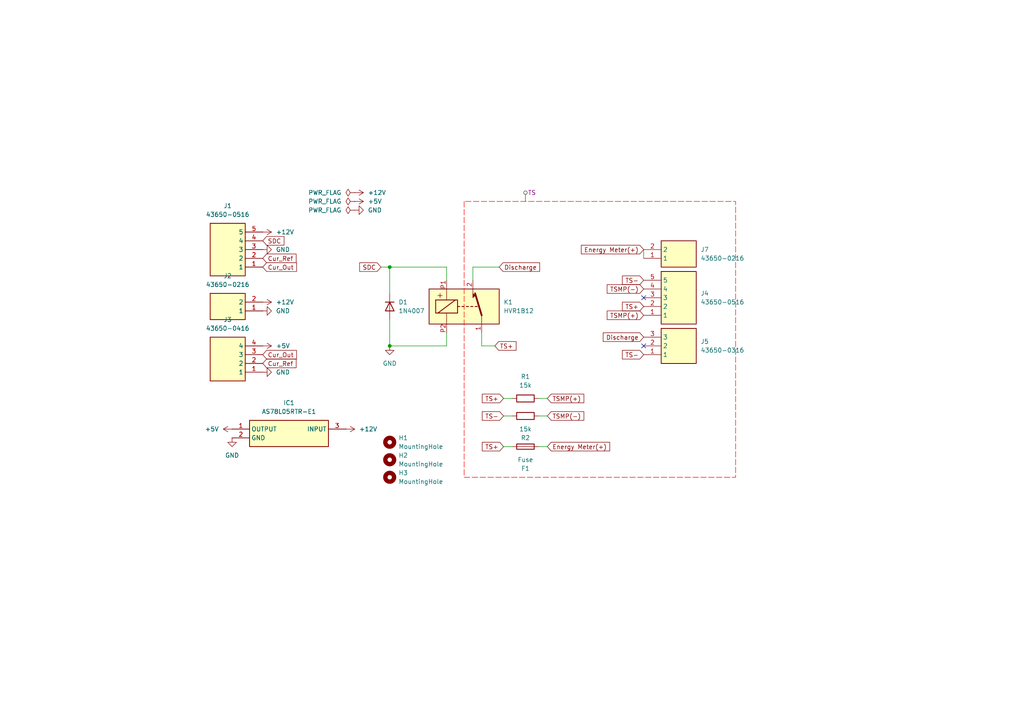
<source format=kicad_sch>
(kicad_sch (version 20250114) (generator "eeschema") (generator_version "9.0")
  (paper "A4")
  (lib_symbols
    (symbol "Device:Fuse" (pin_numbers (hide yes)) (pin_names (offset 0))
      (property "Reference" "F" (at 2.032 0 90))
      (property "Value" "Fuse" (at -1.905 0 90))
      (symbol "Fuse_0_1"
        (rectangle (start -0.762 -2.54) (end 0.762 2.54) (stroke (width 0.254)))
        (polyline (pts (xy 0 2.54) (xy 0 -2.54)))
      )
      (symbol "Fuse_1_1"
        (pin passive line (at 0 3.81 270) (length 1.27) (name "~") (number "1"))
        (pin passive line (at 0 -3.81 90) (length 1.27) (name "~") (number "2"))
      )
    )
    (symbol "Device:R" (pin_numbers (hide yes)) (pin_names (offset 0))
      (property "Reference" "R" (at 2.032 0 90))
      (property "Value" "R" (at 0 0 90))
      (symbol "R_0_1"
        (rectangle (start -1.016 -2.54) (end 1.016 2.54) (stroke (width 0.254)))
      )
      (symbol "R_1_1"
        (pin passive line (at 0 3.81 270) (length 1.27) (name "~") (number "1"))
        (pin passive line (at 0 -3.81 90) (length 1.27) (name "~") (number "2"))
      )
    )
    (symbol "Diode:1N4007" (pin_numbers (hide yes)) (pin_names (hide yes))
      (property "Reference" "D" (at 0 2.54 0))
      (property "Value" "1N4007" (at 0 -2.54 0))
      (symbol "1N4007_0_1"
        (polyline (pts (xy -1.27 1.27) (xy -1.27 -1.27)) (stroke (width 0.254)))
        (polyline (pts (xy 1.27 1.27) (xy 1.27 -1.27) (xy -1.27 0) (xy 1.27 1.27)) (stroke (width 0.254)))
        (polyline (pts (xy 1.27 0) (xy -1.27 0)))
      )
      (symbol "1N4007_1_1"
        (pin passive line (at -3.81 0 0) (length 2.54) (name "K") (number "1"))
        (pin passive line (at 3.81 0 180) (length 2.54) (name "A") (number "2"))
      )
    )
    (symbol "HVR1B12:HVR1B12"
      (property "Reference" "K" (at 11.43 3.81 0))
      (property "Value" "HVR1B12" (at 11.43 1.27 0))
      (symbol "HVR1B12_0_1"
        (rectangle (start -8.255 1.905) (end -1.905 -1.905) (stroke (width 0.254)))
        (polyline (pts (xy -7.62 3.175) (xy -6.35 3.175)))
        (polyline (pts (xy -7.62 -1.905) (xy -2.54 1.905)) (stroke (width 0.254)))
        (polyline (pts (xy -6.985 3.81) (xy -6.985 2.54)))
        (polyline (pts (xy -5.08 5.08) (xy -5.08 1.905)))
        (polyline (pts (xy -5.08 -5.08) (xy -5.08 -1.905)))
        (polyline (pts (xy -1.905 0) (xy -1.27 0)) (stroke (width 0.254)))
        (polyline (pts (xy -0.635 0) (xy 0 0)) (stroke (width 0.254)))
        (polyline (pts (xy 0.635 0) (xy 1.27 0)) (stroke (width 0.254)))
        (polyline (pts (xy 1.905 0) (xy 2.54 0)) (stroke (width 0.254)))
        (polyline (pts (xy 2.54 5.08) (xy 2.54 2.54) (xy 3.175 3.175) (xy 2.54 3.81)) (fill (type outline)))
        (polyline (pts (xy 3.175 0) (xy 3.81 0)) (stroke (width 0.254)))
        (polyline (pts (xy 5.08 -2.54) (xy 3.175 3.81)) (stroke (width 0.508)))
        (polyline (pts (xy 5.08 -2.54) (xy 5.08 -5.08)))
      )
      (symbol "HVR1B12_1_1"
        (rectangle (start -10.16 5.08) (end 10.16 -5.08) (stroke (width 0.254)) (fill (type background)))
        (pin passive line (at -5.08 7.62 270) (length 2.54) (name "~") (number "P1"))
        (pin passive line (at -5.08 -7.62 90) (length 2.54) (name "~") (number "P2"))
        (pin passive line (at 2.54 7.62 270) (length 2.54) (name "~") (number "2"))
        (pin passive line (at 5.08 -7.62 90) (length 2.54) (name "~") (number "1"))
      )
    )
    (symbol "Mechanical:MountingHole" (pin_names (offset 1.016)) (in_bom no)
      (property "Reference" "H" (at 0 5.08 0))
      (property "Value" "MountingHole" (at 0 3.175 0))
      (symbol "MountingHole_0_1"
        (circle (center 0 0) (radius 1.27) (stroke (width 1.27)))
      )
    )
    (symbol "Samacsys:43650-0216"
      (property "Reference" "J" (at 16.51 7.62 0))
      (property "Value" "43650-0216" (at 16.51 5.08 0))
      (symbol "43650-0216_1_1"
        (rectangle (start 5.08 2.54) (end 15.24 -5.08) (stroke (width 0.254)) (fill (type background)))
        (pin passive line (at 0 0 0) (length 5.08) (name "2") (number "2"))
        (pin passive line (at 0 -2.54 0) (length 5.08) (name "1") (number "1"))
      )
    )
    (symbol "Samacsys:43650-0316"
      (property "Reference" "J" (at 16.51 7.62 0))
      (property "Value" "43650-0316" (at 16.51 5.08 0))
      (symbol "43650-0316_1_1"
        (rectangle (start 5.08 2.54) (end 15.24 -7.62) (stroke (width 0.254)) (fill (type background)))
        (pin passive line (at 0 0 0) (length 5.08) (name "3") (number "3"))
        (pin passive line (at 0 -2.54 0) (length 5.08) (name "2") (number "2"))
        (pin passive line (at 0 -5.08 0) (length 5.08) (name "1") (number "1"))
      )
    )
    (symbol "Samacsys:43650-0416"
      (property "Reference" "J" (at 16.51 7.62 0))
      (property "Value" "43650-0416" (at 16.51 5.08 0))
      (symbol "43650-0416_1_1"
        (rectangle (start 5.08 2.54) (end 15.24 -10.16) (stroke (width 0.254)) (fill (type background)))
        (pin passive line (at 0 0 0) (length 5.08) (name "4") (number "4"))
        (pin passive line (at 0 -2.54 0) (length 5.08) (name "3") (number "3"))
        (pin passive line (at 0 -5.08 0) (length 5.08) (name "2") (number "2"))
        (pin passive line (at 0 -7.62 0) (length 5.08) (name "1") (number "1"))
      )
    )
    (symbol "Samacsys:43650-0516"
      (property "Reference" "J" (at 16.51 7.62 0))
      (property "Value" "43650-0516" (at 16.51 5.08 0))
      (symbol "43650-0516_1_1"
        (rectangle (start 5.08 2.54) (end 15.24 -12.7) (stroke (width 0.254)) (fill (type background)))
        (pin passive line (at 0 0 0) (length 5.08) (name "5") (number "5"))
        (pin passive line (at 0 -2.54 0) (length 5.08) (name "4") (number "4"))
        (pin passive line (at 0 -5.08 0) (length 5.08) (name "3") (number "3"))
        (pin passive line (at 0 -7.62 0) (length 5.08) (name "2") (number "2"))
        (pin passive line (at 0 -10.16 0) (length 5.08) (name "1") (number "1"))
      )
    )
    (symbol "Samacsys:AS78L05RTR-E1"
      (property "Reference" "IC" (at 29.21 7.62 0))
      (property "Value" "AS78L05RTR-E1" (at 29.21 5.08 0))
      (symbol "AS78L05RTR-E1_1_1"
        (rectangle (start 5.08 2.54) (end 27.94 -5.08) (stroke (width 0.254)) (fill (type background)))
        (pin passive line (at 0 0 0) (length 5.08) (name "OUTPUT") (number "1"))
        (pin passive line (at 0 -2.54 0) (length 5.08) (name "GND") (number "2"))
        (pin passive line (at 33.02 0 180) (length 5.08) (name "INPUT") (number "3"))
      )
    )
    (symbol "power:+12V" (power) (pin_numbers (hide yes)) (pin_names (offset 0) (hide yes))
      (property "Value" "+12V" (at 0 3.556 0))
      (symbol "+12V_0_1"
        (polyline (pts (xy -0.762 1.27) (xy 0 2.54)))
        (polyline (pts (xy 0 2.54) (xy 0.762 1.27)))
        (polyline (pts (xy 0 0) (xy 0 2.54)))
      )
      (symbol "+12V_1_1"
        (pin power_in line (at 0 0 90) (length 0) (name "~") (number "1"))
      )
    )
    (symbol "power:+5V" (power) (pin_numbers (hide yes)) (pin_names (offset 0) (hide yes))
      (property "Value" "+5V" (at 0 3.556 0))
      (symbol "+5V_0_1"
        (polyline (pts (xy -0.762 1.27) (xy 0 2.54)))
        (polyline (pts (xy 0 2.54) (xy 0.762 1.27)))
        (polyline (pts (xy 0 0) (xy 0 2.54)))
      )
      (symbol "+5V_1_1"
        (pin power_in line (at 0 0 90) (length 0) (name "~") (number "1"))
      )
    )
    (symbol "power:GND" (power) (pin_numbers (hide yes)) (pin_names (offset 0) (hide yes))
      (property "Value" "GND" (at 0 -3.81 0))
      (symbol "GND_0_1"
        (polyline (pts (xy 0 0) (xy 0 -1.27) (xy 1.27 -1.27) (xy 0 -2.54) (xy -1.27 -1.27) (xy 0 -1.27)))
      )
      (symbol "GND_1_1"
        (pin power_in line (at 0 0 270) (length 0) (name "~") (number "1"))
      )
    )
    (symbol "power:PWR_FLAG" (power) (pin_numbers (hide yes)) (pin_names (offset 0) (hide yes))
      (property "Value" "PWR_FLAG" (at 0 3.81 0))
      (symbol "PWR_FLAG_0_0"
        (pin power_out line (at 0 0 90) (length 0) (name "~") (number "1"))
      )
      (symbol "PWR_FLAG_0_1"
        (polyline (pts (xy 0 0) (xy 0 1.27) (xy -1.016 1.905) (xy 0 2.54) (xy 1.016 1.905) (xy 0 1.27)))
      )
    )
  )
  (junction (at 113.03 77.47))
  (junction (at 113.03 100.33))
  (no_connect (at 186.69 86.36))
  (no_connect (at 186.69 100.33))
  (wire (pts (xy 139.7 100.33) (xy 143.51 100.33)))
  (wire (pts (xy 156.21 120.65) (xy 158.75 120.65)))
  (wire (pts (xy 137.16 77.47) (xy 137.16 81.28)))
  (wire (pts (xy 129.54 100.33) (xy 129.54 96.52)))
  (wire (pts (xy 144.78 77.47) (xy 137.16 77.47)))
  (wire (pts (xy 113.03 77.47) (xy 113.03 85.09)))
  (wire (pts (xy 146.05 120.65) (xy 148.59 120.65)))
  (wire (pts (xy 110.49 77.47) (xy 113.03 77.47)))
  (wire (pts (xy 113.03 92.71) (xy 113.03 100.33)))
  (wire (pts (xy 113.03 77.47) (xy 129.54 77.47)))
  (wire (pts (xy 156.21 115.57) (xy 158.75 115.57)))
  (wire (pts (xy 113.03 100.33) (xy 129.54 100.33)))
  (wire (pts (xy 139.7 96.52) (xy 139.7 100.33)))
  (wire (pts (xy 156.21 129.54) (xy 158.75 129.54)))
  (wire (pts (xy 146.05 129.54) (xy 148.59 129.54)))
  (wire (pts (xy 186.69 74.93) (xy 186.69 72.39)))
  (wire (pts (xy 129.54 77.47) (xy 129.54 81.28)))
  (wire (pts (xy 146.05 115.57) (xy 148.59 115.57)))
  (global_label "TS+" (shape input) (at 146.05 115.57 180) (property "Intersheetrefs" "${INTERSHEET_REFS}" (effects (hide yes))))
  (global_label "Cur_Out" (shape input) (at 76.2 77.47 0) (property "Intersheetrefs" "${INTERSHEET_REFS}" (effects (hide yes))))
  (global_label "Cur_Out" (shape input) (at 76.2 102.87 0) (property "Intersheetrefs" "${INTERSHEET_REFS}" (effects (hide yes))))
  (global_label "Discharge" (shape input) (at 186.69 97.79 180) (property "Intersheetrefs" "${INTERSHEET_REFS}" (effects (hide yes))))
  (global_label "Discharge" (shape input) (at 144.78 77.47 0) (property "Intersheetrefs" "${INTERSHEET_REFS}" (effects (hide yes))))
  (global_label "TS-" (shape input) (at 146.05 120.65 180) (property "Intersheetrefs" "${INTERSHEET_REFS}" (effects (hide yes))))
  (global_label "TSMP(+)" (shape input) (at 158.75 115.57 0) (property "Intersheetrefs" "${INTERSHEET_REFS}" (effects (hide yes))))
  (global_label "TSMP(-)" (shape input) (at 158.75 120.65 0) (property "Intersheetrefs" "${INTERSHEET_REFS}" (effects (hide yes))))
  (global_label "TS-" (shape input) (at 186.69 81.28 180) (property "Intersheetrefs" "${INTERSHEET_REFS}" (effects (hide yes))))
  (global_label "TS+" (shape input) (at 186.69 88.9 180) (property "Intersheetrefs" "${INTERSHEET_REFS}" (effects (hide yes))))
  (global_label "Cur_Ref" (shape input) (at 76.2 74.93 0) (property "Intersheetrefs" "${INTERSHEET_REFS}" (effects (hide yes))))
  (global_label "TS+" (shape input) (at 143.51 100.33 0) (property "Intersheetrefs" "${INTERSHEET_REFS}" (effects (hide yes))))
  (global_label "TS-" (shape input) (at 186.69 102.87 180) (property "Intersheetrefs" "${INTERSHEET_REFS}" (effects (hide yes))))
  (global_label "SDC" (shape input) (at 76.2 69.85 0) (property "Intersheetrefs" "${INTERSHEET_REFS}" (effects (hide yes))))
  (global_label "TSMP(-)" (shape input) (at 186.69 83.82 180) (property "Intersheetrefs" "${INTERSHEET_REFS}" (effects (hide yes))))
  (global_label "TSMP(+)" (shape input) (at 186.69 91.44 180) (property "Intersheetrefs" "${INTERSHEET_REFS}" (effects (hide yes))))
  (global_label "TS+" (shape input) (at 146.05 129.54 180) (property "Intersheetrefs" "${INTERSHEET_REFS}" (effects (hide yes))))
  (global_label "Cur_Ref" (shape input) (at 76.2 105.41 0) (property "Intersheetrefs" "${INTERSHEET_REFS}" (effects (hide yes))))
  (global_label "Energy Meter(+)" (shape input) (at 186.69 72.39 180) (property "Intersheetrefs" "${INTERSHEET_REFS}" (effects (hide yes))))
  (global_label "SDC" (shape input) (at 110.49 77.47 180) (property "Intersheetrefs" "${INTERSHEET_REFS}" (effects (hide yes))))
  (global_label "Energy Meter(+)" (shape input) (at 158.75 129.54 0) (property "Intersheetrefs" "${INTERSHEET_REFS}" (effects (hide yes))))
  (rule_area (polyline (pts (xy 134.62 58.42) (xy 134.62 138.43) (xy 213.36 138.43) (xy 213.36 58.42)) (stroke (width 0) (type dash))))
  (netclass_flag "" (length 2.54) (shape round) (at 152.4 58.42 0) (property "Netclass" "TS" (at 153.0985 55.88 0) (effects (justify left))))
  (symbol (lib_id "Samacsys:AS78L05RTR-E1") (at 67.31 124.46 0) (unit 1)
    (property "Reference" "IC1" (at 83.82 116.84 0))
    (property "Value" "AS78L05RTR-E1" (at 83.82 119.38 0))
    (property "Footprint" "Samacsys:DIODES_SOT-89" (effects (hide yes)))
    (property "Datasheet" "https://www.diodes.com/assets/Datasheets/AS78Lxx.pdf" (effects (hide yes)))
    (property "Description" "Linear Voltage Regulators 100mA VTG REG 30V" (effects (hide yes)))
    (property "Mouser Part Number" "621-AS78L05RTR-E1" (effects (hide yes)))
    (property "Mouser Price/Stock" "https://www.mouser.co.uk/ProductDetail/Diodes-Incorporated/AS78L05RTR-E1?qs=FKu9oBikfSksfBIasZ7FtQ%3D%3D" (effects (hide yes)))
    (property "Manufacturer_Name" "Diodes Incorporated" (effects (hide yes)))
    (property "Manufacturer_Part_Number" "AS78L05RTR-E1" (effects (hide yes)))
  )
  (symbol (lib_id "power:+5V") (at 102.87 58.42 270) (unit 1)
    (property "Reference" "#PWR010" (effects (hide yes)))
    (property "Value" "+5V" (at 106.68 58.4199 90) (effects (justify left)))
    (property "Description" "Power symbol creates a global label with name \"+5V\"" (effects (hide yes)))
  )
  (symbol (lib_id "Device:R") (at 152.4 115.57 270) (unit 1)
    (property "Reference" "R1" (at 152.4 109.22 90))
    (property "Value" "15k" (at 152.4 111.76 90))
    (property "Footprint" "Resistor_THT:R_Axial_DIN0617_L17.0mm_D6.0mm_P20.32mm_Horizontal" (effects (hide yes)))
    (property "Datasheet" "https://www.mouser.tw/ProductDetail/TE-Connectivity-Holsworthy/ROX5SSJ15K?qs=sGAEpiMZZMtlubZbdhIBIMLPczR3K4UeMpLin6p7yP4%3D" (effects (hide yes)))
    (property "Description" "Resistor" (effects (hide yes)))
  )
  (symbol (lib_id "Samacsys:43650-0516") (at 186.69 81.28 0) (unit 1)
    (property "Reference" "J4" (at 203.2 85.0899 0) (effects (justify left)))
    (property "Value" "43650-0516" (at 203.2 87.6299 0) (effects (justify left)))
    (property "Footprint" "Samacsys:43650-05YY_151617" (effects (hide yes)))
    (property "Datasheet" "https://www.molex.com/pdm_docs/sd/436500215_sd.pdf" (effects (hide yes)))
    (property "Description" "Micro-Fit 3.0 Vertical Header, 3.00mm Pitch, Single Row, 5 Circuits, with PCB Polarizing Peg, Glow-Wire Capable, Black" (effects (hide yes)))
    (property "Height" "9.9" (effects (hide yes)))
    (property "Mouser Part Number" "538-43650-0516" (effects (hide yes)))
    (property "Mouser Price/Stock" "https://www.mouser.co.uk/ProductDetail/Molex/43650-0516?qs=c7V%252BsbZfmqsm4Q%2FhCbj%2F4Q%3D%3D" (effects (hide yes)))
    (property "Manufacturer_Name" "Molex" (effects (hide yes)))
    (property "Manufacturer_Part_Number" "43650-0516" (effects (hide yes)))
  )
  (symbol (lib_id "Samacsys:43650-0516") (at 76.2 67.31 0) (mirror y) (unit 1)
    (property "Reference" "J1" (at 66.04 59.69 0))
    (property "Value" "43650-0516" (at 66.04 62.23 0))
    (property "Footprint" "Samacsys:43650-05YY_151617" (effects (hide yes)))
    (property "Datasheet" "https://www.molex.com/pdm_docs/sd/436500215_sd.pdf" (effects (hide yes)))
    (property "Description" "Micro-Fit 3.0 Vertical Header, 3.00mm Pitch, Single Row, 5 Circuits, with PCB Polarizing Peg, Glow-Wire Capable, Black" (effects (hide yes)))
    (property "Height" "9.9" (effects (hide yes)))
    (property "Mouser Part Number" "538-43650-0516" (effects (hide yes)))
    (property "Mouser Price/Stock" "https://www.mouser.co.uk/ProductDetail/Molex/43650-0516?qs=c7V%252BsbZfmqsm4Q%2FhCbj%2F4Q%3D%3D" (effects (hide yes)))
    (property "Manufacturer_Name" "Molex" (effects (hide yes)))
    (property "Manufacturer_Part_Number" "43650-0516" (effects (hide yes)))
  )
  (symbol (lib_id "Diode:1N4007") (at 113.03 88.9 270) (unit 1)
    (property "Reference" "D1" (at 115.57 87.6299 90) (effects (justify left)))
    (property "Value" "1N4007" (at 115.57 90.1699 90) (effects (justify left)))
    (property "Footprint" "Diode_THT:D_DO-41_SOD81_P10.16mm_Horizontal" (effects (hide yes)))
    (property "Datasheet" "http://www.vishay.com/docs/88503/1n4001.pdf" (effects (hide yes)))
    (property "Description" "1000V 1A General Purpose Rectifier Diode, DO-41" (effects (hide yes)))
    (property "Sim.Device" "D" (effects (hide yes)))
    (property "Sim.Pins" "1=K 2=A" (effects (hide yes)))
  )
  (symbol (lib_id "Samacsys:43650-0216") (at 76.2 87.63 0) (mirror y) (unit 1)
    (property "Reference" "J2" (at 66.04 80.01 0))
    (property "Value" "43650-0216" (at 66.04 82.55 0))
    (property "Footprint" "Samacsys:43650-02YY_151617" (effects (hide yes)))
    (property "Datasheet" "https://www.molex.com/pdm_docs/sd/436500215_sd.pdf" (effects (hide yes)))
    (property "Description" "Micro-Fit 3.0 Vertical Header, 3.00mm Pitch, Single Row, 2 Circuits, with PCB Polarizing Peg, Glow-Wire Capable, Black" (effects (hide yes)))
    (property "Height" "9.9" (effects (hide yes)))
    (property "Mouser Part Number" "538-43650-0216" (effects (hide yes)))
    (property "Mouser Price/Stock" "https://www.mouser.co.uk/ProductDetail/Molex/43650-0216?qs=EeaHXY5iaaOSmxGRwEX9Ng%3D%3D" (effects (hide yes)))
    (property "Manufacturer_Name" "Molex" (effects (hide yes)))
    (property "Manufacturer_Part_Number" "43650-0216" (effects (hide yes)))
  )
  (symbol (lib_id "power:+12V") (at 76.2 67.31 270) (unit 1)
    (property "Reference" "#PWR07" (effects (hide yes)))
    (property "Value" "+12V" (at 80.01 67.3099 90) (effects (justify left)))
    (property "Description" "Power symbol creates a global label with name \"+12V\"" (effects (hide yes)))
  )
  (symbol (lib_id "power:+12V") (at 76.2 87.63 270) (unit 1)
    (property "Reference" "#PWR08" (effects (hide yes)))
    (property "Value" "+12V" (at 80.01 87.6299 90) (effects (justify left)))
    (property "Description" "Power symbol creates a global label with name \"+12V\"" (effects (hide yes)))
  )
  (symbol (lib_id "power:GND") (at 76.2 90.17 90) (unit 1)
    (property "Reference" "#PWR02" (effects (hide yes)))
    (property "Value" "GND" (at 80.01 90.1699 90) (effects (justify right)))
    (property "Description" "Power symbol creates a global label with name \"GND\" , ground" (effects (hide yes)))
  )
  (symbol (lib_id "power:GND") (at 67.31 127 0) (unit 1)
    (property "Reference" "#PWR04" (effects (hide yes)))
    (property "Value" "GND" (at 67.31 132.08 0))
    (property "Description" "Power symbol creates a global label with name \"GND\" , ground" (effects (hide yes)))
  )
  (symbol (lib_id "Device:R") (at 152.4 120.65 270) (mirror x) (unit 1)
    (property "Reference" "R2" (at 152.4 127 90))
    (property "Value" "15k" (at 152.4 124.46 90))
    (property "Footprint" "Resistor_THT:R_Axial_DIN0617_L17.0mm_D6.0mm_P20.32mm_Horizontal" (effects (hide yes)))
    (property "Datasheet" "https://www.mouser.tw/ProductDetail/TE-Connectivity-Holsworthy/ROX5SSJ15K?qs=sGAEpiMZZMtlubZbdhIBIMLPczR3K4UeMpLin6p7yP4%3D" (effects (hide yes)))
    (property "Description" "Resistor" (effects (hide yes)))
  )
  (symbol (lib_id "Samacsys:43650-0316") (at 186.69 97.79 0) (unit 1)
    (property "Reference" "J5" (at 203.2 99.0599 0) (effects (justify left)))
    (property "Value" "43650-0316" (at 203.2 101.5999 0) (effects (justify left)))
    (property "Footprint" "Samacsys:43650-03YY_151617" (effects (hide yes)))
    (property "Datasheet" "https://www.molex.com/pdm_docs/sd/436500215_sd.pdf" (effects (hide yes)))
    (property "Description" "Micro-Fit 3.0 Vertical Header, 3.00mm Pitch, Single Row, 3 Circuits, with PCB Polarizing Peg, Glow-Wire Capable, Black" (effects (hide yes)))
    (property "Height" "9.9" (effects (hide yes)))
    (property "Mouser Part Number" "538-43650-0316" (effects (hide yes)))
    (property "Mouser Price/Stock" "https://www.mouser.co.uk/ProductDetail/Molex/43650-0316?qs=Nb99Pa9xYq8A2JEb2OZsGg%3D%3D" (effects (hide yes)))
    (property "Manufacturer_Name" "Molex" (effects (hide yes)))
    (property "Manufacturer_Part_Number" "43650-0316" (effects (hide yes)))
  )
  (symbol (lib_id "power:PWR_FLAG") (at 102.87 58.42 90) (unit 1)
    (property "Reference" "#FLG01" (effects (hide yes)))
    (property "Value" "PWR_FLAG" (at 99.06 58.4199 90) (effects (justify left)))
    (property "Description" "Special symbol for telling ERC where power comes from" (effects (hide yes)))
  )
  (symbol (lib_id "Mechanical:MountingHole") (at 113.03 128.27 0) (unit 1) (in_bom no)
    (property "Reference" "H1" (at 115.57 126.9999 0) (effects (justify left)))
    (property "Value" "MountingHole" (at 115.57 129.5399 0) (effects (justify left)))
    (property "Footprint" "MountingHole:MountingHole_4.3mm_M4" (effects (hide yes)))
    (property "Description" "Mounting Hole without connection" (effects (hide yes)))
  )
  (symbol (lib_id "power:+12V") (at 102.87 55.88 270) (unit 1)
    (property "Reference" "#PWR013" (effects (hide yes)))
    (property "Value" "+12V" (at 106.68 55.8799 90) (effects (justify left)))
    (property "Description" "Power symbol creates a global label with name \"+12V\"" (effects (hide yes)))
  )
  (symbol (lib_id "Samacsys:43650-0416") (at 76.2 100.33 0) (mirror y) (unit 1)
    (property "Reference" "J3" (at 66.04 92.71 0))
    (property "Value" "43650-0416" (at 66.04 95.25 0))
    (property "Footprint" "Samacsys:43650-04YY_151617" (effects (hide yes)))
    (property "Datasheet" "https://www.molex.com/pdm_docs/sd/436500215_sd.pdf" (effects (hide yes)))
    (property "Description" "Micro-Fit 3.0 Vertical Header, 3.00mm Pitch, Single Row, 4 Circuits, with PCB Polarizing Peg, Glow-Wire Capable, Black" (effects (hide yes)))
    (property "Height" "9.9" (effects (hide yes)))
    (property "Mouser Part Number" "538-43650-0416" (effects (hide yes)))
    (property "Mouser Price/Stock" "https://www.mouser.co.uk/ProductDetail/Molex/43650-0416?qs=AplfTeSvkkBQaeU6zCiYMA%3D%3D" (effects (hide yes)))
    (property "Manufacturer_Name" "Molex" (effects (hide yes)))
    (property "Manufacturer_Part_Number" "43650-0416" (effects (hide yes)))
  )
  (symbol (lib_id "HVR1B12:HVR1B12") (at 134.62 88.9 0) (unit 1)
    (property "Reference" "K1" (at 146.05 87.6299 0) (effects (justify left)))
    (property "Value" "HVR1B12" (at 146.05 90.1699 0) (effects (justify left)))
    (property "Footprint" "HVR1B12:HVR1B12" (effects (hide yes)))
    (property "Datasheet" "https://yzvideo-c.yizimg.com/351305/202244-201130198.pdf" (effects (hide yes)))
    (property "Description" "Relay SPST, normally closed" (effects (hide yes)))
  )
  (symbol (lib_id "power:+5V") (at 76.2 100.33 270) (unit 1)
    (property "Reference" "#PWR012" (effects (hide yes)))
    (property "Value" "+5V" (at 80.01 100.3299 90) (effects (justify left)))
    (property "Description" "Power symbol creates a global label with name \"+5V\"" (effects (hide yes)))
  )
  (symbol (lib_id "power:GND") (at 113.03 100.33 0) (unit 1)
    (property "Reference" "#PWR06" (effects (hide yes)))
    (property "Value" "GND" (at 113.03 105.41 0))
    (property "Description" "Power symbol creates a global label with name \"GND\" , ground" (effects (hide yes)))
  )
  (symbol (lib_id "power:PWR_FLAG") (at 102.87 60.96 90) (unit 1)
    (property "Reference" "#FLG02" (effects (hide yes)))
    (property "Value" "PWR_FLAG" (at 99.06 60.9599 90) (effects (justify left)))
    (property "Description" "Special symbol for telling ERC where power comes from" (effects (hide yes)))
  )
  (symbol (lib_id "power:GND") (at 76.2 72.39 90) (unit 1)
    (property "Reference" "#PWR01" (effects (hide yes)))
    (property "Value" "GND" (at 80.01 72.3899 90) (effects (justify right)))
    (property "Description" "Power symbol creates a global label with name \"GND\" , ground" (effects (hide yes)))
  )
  (symbol (lib_id "power:GND") (at 76.2 107.95 90) (unit 1)
    (property "Reference" "#PWR03" (effects (hide yes)))
    (property "Value" "GND" (at 80.01 107.9499 90) (effects (justify right)))
    (property "Description" "Power symbol creates a global label with name \"GND\" , ground" (effects (hide yes)))
  )
  (symbol (lib_id "Mechanical:MountingHole") (at 113.03 138.43 0) (unit 1) (in_bom no)
    (property "Reference" "H3" (at 115.57 137.1599 0) (effects (justify left)))
    (property "Value" "MountingHole" (at 115.57 139.6999 0) (effects (justify left)))
    (property "Footprint" "MountingHole:MountingHole_4.3mm_M4" (effects (hide yes)))
    (property "Description" "Mounting Hole without connection" (effects (hide yes)))
  )
  (symbol (lib_id "Device:Fuse") (at 152.4 129.54 270) (unit 1)
    (property "Reference" "F1" (at 152.4 135.89 90))
    (property "Value" "Fuse" (at 152.4 133.35 90))
    (property "Footprint" "Resistor_THT:R_Axial_Power_L25.0mm_W6.4mm_P27.94mm" (effects (hide yes)))
    (property "Description" "Fuse" (effects (hide yes)))
  )
  (symbol (lib_id "power:GND") (at 102.87 60.96 90) (unit 1)
    (property "Reference" "#PWR05" (effects (hide yes)))
    (property "Value" "GND" (at 106.68 60.9599 90) (effects (justify right)))
    (property "Description" "Power symbol creates a global label with name \"GND\" , ground" (effects (hide yes)))
  )
  (symbol (lib_id "power:+5V") (at 67.31 124.46 90) (unit 1)
    (property "Reference" "#PWR011" (effects (hide yes)))
    (property "Value" "+5V" (at 63.5 124.4599 90) (effects (justify left)))
    (property "Description" "Power symbol creates a global label with name \"+5V\"" (effects (hide yes)))
  )
  (symbol (lib_id "Samacsys:43650-0216") (at 186.69 72.39 0) (unit 1)
    (property "Reference" "J7" (at 203.2 72.3899 0) (effects (justify left)))
    (property "Value" "43650-0216" (at 203.2 74.9299 0) (effects (justify left)))
    (property "Footprint" "Samacsys:43650-02YY_151617" (effects (hide yes)))
    (property "Datasheet" "https://www.molex.com/pdm_docs/sd/436500215_sd.pdf" (effects (hide yes)))
    (property "Description" "Micro-Fit 3.0 Vertical Header, 3.00mm Pitch, Single Row, 2 Circuits, with PCB Polarizing Peg, Glow-Wire Capable, Black" (effects (hide yes)))
    (property "Height" "9.9" (effects (hide yes)))
    (property "Mouser Part Number" "538-43650-0216" (effects (hide yes)))
    (property "Mouser Price/Stock" "https://www.mouser.co.uk/ProductDetail/Molex/43650-0216?qs=EeaHXY5iaaOSmxGRwEX9Ng%3D%3D" (effects (hide yes)))
    (property "Manufacturer_Name" "Molex" (effects (hide yes)))
    (property "Manufacturer_Part_Number" "43650-0216" (effects (hide yes)))
  )
  (symbol (lib_id "Mechanical:MountingHole") (at 113.03 133.35 0) (unit 1) (in_bom no)
    (property "Reference" "H2" (at 115.57 132.0799 0) (effects (justify left)))
    (property "Value" "MountingHole" (at 115.57 134.6199 0) (effects (justify left)))
    (property "Footprint" "MountingHole:MountingHole_4.3mm_M4" (effects (hide yes)))
    (property "Description" "Mounting Hole without connection" (effects (hide yes)))
  )
  (symbol (lib_id "power:+12V") (at 100.33 124.46 270) (unit 1)
    (property "Reference" "#PWR09" (effects (hide yes)))
    (property "Value" "+12V" (at 104.14 124.4599 90) (effects (justify left)))
    (property "Description" "Power symbol creates a global label with name \"+12V\"" (effects (hide yes)))
  )
  (symbol (lib_id "power:PWR_FLAG") (at 102.87 55.88 90) (unit 1)
    (property "Reference" "#FLG03" (effects (hide yes)))
    (property "Value" "PWR_FLAG" (at 99.06 55.8799 90) (effects (justify left)))
    (property "Description" "Special symbol for telling ERC where power comes from" (effects (hide yes)))
  )
)
</source>
